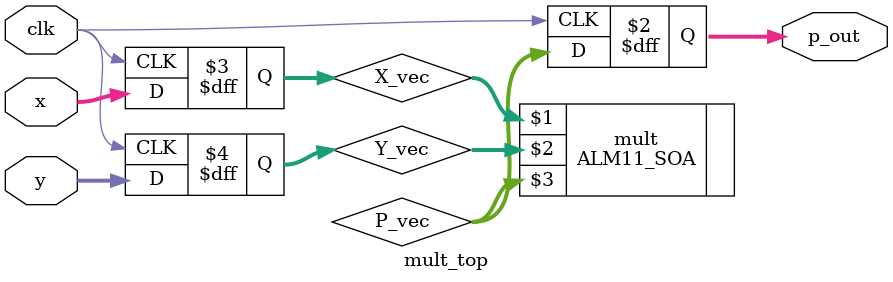
<source format=v>

`include "timescale.v"

module mult_top(
    // Clock and reset
    input clk,
    // Input X has a form x_i%d where %d denotes the bit number
    input  [15:0] x,
    // Input Y has a form y_i%d where %d denotes the bit number
    input  [15:0] y,
    // Output P has a form p_out%d where %d denotes the bit number
    output reg [31:0] p_out
    );

    
    // Now we have X_vec and Y_vec signal 
    // Then we do processing with these signals and store the 
    // intermidiate result in P_vec
    // For example purposes X_vec and Y_vec are concanated and stored in P_vec
    wire [31:0] P_vec;
    reg [15:0] X_vec;
    reg [15:0] Y_vec;
    
    ALM11_SOA mult(X_vec,Y_vec,P_vec); 

 
    always @(posedge clk) 
    begin
        p_out = P_vec;
        X_vec = x;
        Y_vec = y;
    end

endmodule 


</source>
